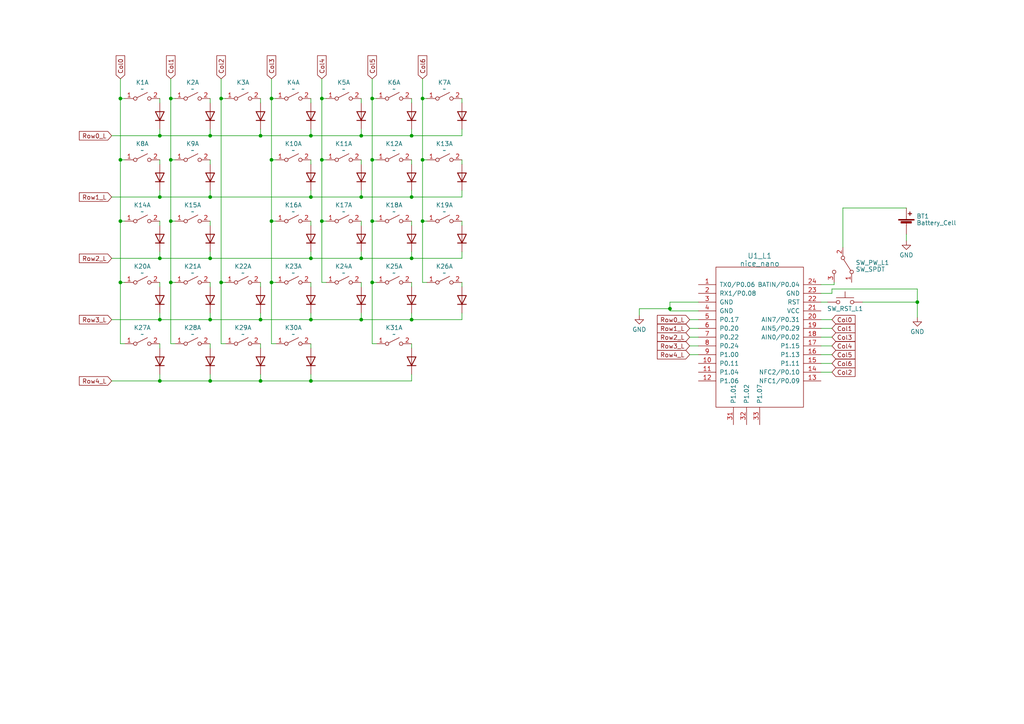
<source format=kicad_sch>
(kicad_sch (version 20230121) (generator eeschema)
  (paper "A4")
  (lib_symbols
    (symbol "Device:Battery_Cell" (pin_numbers hide) (pin_names (offset 0) hide)
      (property "Reference" "BT" (at 2.54 2.54 0))
      (property "Value" "Battery_Cell" (at 2.54 0 0))
      (symbol "Battery_Cell_0_1"
        (rectangle (start -2.286 1.778) (end 2.286 1.524) (fill (type outline)))
        (rectangle (start -1.5748 1.1938) (end 1.4732 0.6858) (fill (type outline)))
        (polyline (pts (xy 0 0.762) (xy 0 0)))
        (polyline (pts (xy 0 1.778) (xy 0 2.54)))
        (polyline (pts (xy 0.508 3.429) (xy 1.524 3.429)) (stroke (width 0.254)))
        (polyline (pts (xy 1.016 3.937) (xy 1.016 2.921)) (stroke (width 0.254)))
      )
      (symbol "Battery_Cell_1_1"
        (pin passive line (at 0 5.08 270) (length 2.54) (name "+") (number "1"))
        (pin passive line (at 0 -2.54 90) (length 2.54) (name "-") (number "2"))
      )
    )
    (symbol "Device:D" (pin_numbers hide) (pin_names (offset 1.016) hide)
      (property "Reference" "D" (at 0 2.54 0))
      (property "Value" "D" (at 0 -2.54 0))
      (symbol "D_0_1"
        (polyline (pts (xy -1.27 1.27) (xy -1.27 -1.27)) (stroke (width 0.254)))
        (polyline (pts (xy 1.27 0) (xy -1.27 0)))
        (polyline (pts (xy 1.27 1.27) (xy 1.27 -1.27) (xy -1.27 0) (xy 1.27 1.27)) (stroke (width 0.254)))
      )
      (symbol "D_1_1"
        (pin passive line (at -3.81 0 0) (length 2.54) (name "K") (number "1"))
        (pin passive line (at 3.81 0 180) (length 2.54) (name "A") (number "2"))
      )
    )
    (symbol "Switch:SW_DPST_x2" (pin_names (offset 0) hide)
      (property "Reference" "SW" (at 0 3.175 0))
      (property "Value" "SW_DPST_x2" (at 0 -2.54 0))
      (symbol "SW_DPST_x2_0_0"
        (circle (center -2.032 0) (radius 0.508))
        (polyline (pts (xy -1.524 0.254) (xy 1.524 1.778)))
        (circle (center 2.032 0) (radius 0.508))
      )
      (symbol "SW_DPST_x2_1_1"
        (pin passive line (at -5.08 0 0) (length 2.54) (name "A") (number "1"))
        (pin passive line (at 5.08 0 180) (length 2.54) (name "B") (number "2"))
      )
      (symbol "SW_DPST_x2_2_1"
        (pin passive line (at -5.08 0 0) (length 2.54) (name "A") (number "3"))
        (pin passive line (at 5.08 0 180) (length 2.54) (name "B") (number "4"))
      )
    )
    (symbol "Switch:SW_Push" (pin_numbers hide) (pin_names (offset 1.016) hide)
      (property "Reference" "SW" (at 1.27 2.54 0))
      (property "Value" "SW_Push" (at 0 -1.524 0))
      (symbol "SW_Push_0_1"
        (circle (center -2.032 0) (radius 0.508))
        (polyline (pts (xy 0 1.27) (xy 0 3.048)))
        (polyline (pts (xy 2.54 1.27) (xy -2.54 1.27)))
        (circle (center 2.032 0) (radius 0.508))
        (pin passive line (at -5.08 0 0) (length 2.54) (name "1") (number "1"))
        (pin passive line (at 5.08 0 180) (length 2.54) (name "2") (number "2"))
      )
    )
    (symbol "Switch:SW_SPDT" (pin_names (offset 0) hide)
      (property "Reference" "SW" (at 0 4.318 0))
      (property "Value" "SW_SPDT" (at 0 -5.08 0))
      (symbol "SW_SPDT_0_0"
        (circle (center -2.032 0) (radius 0.508))
        (circle (center 2.032 -2.54) (radius 0.508))
      )
      (symbol "SW_SPDT_0_1"
        (polyline (pts (xy -1.524 0.254) (xy 1.651 2.286)))
        (circle (center 2.032 2.54) (radius 0.508))
      )
      (symbol "SW_SPDT_1_1"
        (pin passive line (at 5.08 2.54 180) (length 2.54) (name "A") (number "1"))
        (pin passive line (at -5.08 0 0) (length 2.54) (name "B") (number "2"))
        (pin passive line (at 5.08 -2.54 180) (length 2.54) (name "C") (number "3"))
      )
    )
    (symbol "nice_nano:nice_nano" (pin_names (offset 1.016))
      (property "Reference" "U" (at 0 0 0))
      (property "Value" "nice_nano" (at 0 2.54 0))
      (symbol "nice_nano_0_1"
        (rectangle (start -12.7 -21.59) (end 12.7 19.05))
      )
      (symbol "nice_nano_1_1"
        (pin input line (at -17.78 13.97 0) (length 5.08) (name "TX0/P0.06") (number "1"))
        (pin input line (at -17.78 -8.89 0) (length 5.08) (name "P0.11") (number "10"))
        (pin input line (at -17.78 -11.43 0) (length 5.08) (name "P1.04") (number "11"))
        (pin input line (at -17.78 -13.97 0) (length 5.08) (name "P1.06") (number "12"))
        (pin input line (at 17.78 -13.97 180) (length 5.08) (name "NFC1/P0.09") (number "13"))
        (pin input line (at 17.78 -11.43 180) (length 5.08) (name "NFC2/P0.10") (number "14"))
        (pin input line (at 17.78 -8.89 180) (length 5.08) (name "P1.11") (number "15"))
        (pin input line (at 17.78 -6.35 180) (length 5.08) (name "P1.13") (number "16"))
        (pin input line (at 17.78 -3.81 180) (length 5.08) (name "P1.15") (number "17"))
        (pin input line (at 17.78 -1.27 180) (length 5.08) (name "AIN0/P0.02") (number "18"))
        (pin input line (at 17.78 1.27 180) (length 5.08) (name "AIN5/P0.29") (number "19"))
        (pin input line (at -17.78 11.43 0) (length 5.08) (name "RX1/P0.08") (number "2"))
        (pin input line (at 17.78 3.81 180) (length 5.08) (name "AIN7/P0.31") (number "20"))
        (pin input line (at 17.78 6.35 180) (length 5.08) (name "VCC") (number "21"))
        (pin input line (at 17.78 8.89 180) (length 5.08) (name "RST") (number "22"))
        (pin input line (at 17.78 11.43 180) (length 5.08) (name "GND") (number "23"))
        (pin input line (at 17.78 13.97 180) (length 5.08) (name "BATIN/P0.04") (number "24"))
        (pin input line (at -17.78 8.89 0) (length 5.08) (name "GND") (number "3"))
        (pin input line (at -7.62 -26.67 90) (length 5.08) (name "P1.01") (number "31"))
        (pin input line (at -3.81 -26.67 90) (length 5.08) (name "P1.02") (number "32"))
        (pin input line (at 0 -26.67 90) (length 5.08) (name "P1.07") (number "33"))
        (pin input line (at -17.78 6.35 0) (length 5.08) (name "GND") (number "4"))
        (pin input line (at -17.78 3.81 0) (length 5.08) (name "P0.17") (number "5"))
        (pin input line (at -17.78 1.27 0) (length 5.08) (name "P0.20") (number "6"))
        (pin input line (at -17.78 -1.27 0) (length 5.08) (name "P0.22") (number "7"))
        (pin input line (at -17.78 -3.81 0) (length 5.08) (name "P0.24") (number "8"))
        (pin input line (at -17.78 -6.35 0) (length 5.08) (name "P1.00") (number "9"))
      )
    )
    (symbol "power:GND" (power) (pin_names (offset 0))
      (property "Value" "GND" (at 0 -3.81 0))
      (symbol "GND_0_1"
        (polyline (pts (xy 0 0) (xy 0 -1.27) (xy 1.27 -1.27) (xy 0 -2.54) (xy -1.27 -1.27) (xy 0 -1.27)))
      )
      (symbol "GND_1_1"
        (pin power_in line (at 0 0 270) (length 0) hide (name "GND") (number "1"))
      )
    )
  )
  (junction (at 64.135 28.575))
  (junction (at 119.38 57.15))
  (junction (at 107.95 81.915))
  (junction (at 46.355 39.37))
  (junction (at 78.74 81.915))
  (junction (at 122.555 28.575))
  (junction (at 122.555 46.355))
  (junction (at 46.355 57.15))
  (junction (at 107.95 64.135))
  (junction (at 49.53 46.355))
  (junction (at 119.38 74.93))
  (junction (at 34.925 28.575))
  (junction (at 49.53 81.915))
  (junction (at 75.565 39.37))
  (junction (at 46.355 110.49))
  (junction (at 93.345 46.355))
  (junction (at 119.38 39.37))
  (junction (at 60.96 110.49))
  (junction (at 60.96 39.37))
  (junction (at 107.95 28.575))
  (junction (at 60.96 74.93))
  (junction (at 34.925 46.355))
  (junction (at 34.925 81.915))
  (junction (at 34.925 64.135))
  (junction (at 107.95 46.355))
  (junction (at 104.775 74.93))
  (junction (at 90.17 110.49))
  (junction (at 64.135 81.915))
  (junction (at 194.31 89.535))
  (junction (at 266.065 87.63))
  (junction (at 49.53 28.575))
  (junction (at 104.775 57.15))
  (junction (at 60.96 57.15))
  (junction (at 122.555 64.135))
  (junction (at 90.17 57.15))
  (junction (at 49.53 64.135))
  (junction (at 75.565 110.49))
  (junction (at 90.17 39.37))
  (junction (at 60.96 92.71))
  (junction (at 78.74 64.135))
  (junction (at 78.74 28.575))
  (junction (at 75.565 92.71))
  (junction (at 119.38 92.71))
  (junction (at 90.17 92.71))
  (junction (at 90.17 74.93))
  (junction (at 104.775 39.37))
  (junction (at 78.74 46.355))
  (junction (at 93.345 28.575))
  (junction (at 46.355 92.71))
  (junction (at 104.775 92.71))
  (junction (at 93.345 64.135))
  (junction (at 46.355 74.93))
  (wire (pts (xy 238.125 102.87) (xy 241.3 102.87)))
  (wire (pts (xy 78.74 99.695) (xy 80.01 99.695)))
  (wire (pts (xy 133.985 39.37) (xy 119.38 39.37)))
  (wire (pts (xy 64.135 28.575) (xy 64.135 81.915)))
  (wire (pts (xy 60.96 74.93) (xy 46.355 74.93)))
  (wire (pts (xy 119.38 55.245) (xy 119.38 57.15)))
  (wire (pts (xy 46.355 108.585) (xy 46.355 110.49)))
  (wire (pts (xy 60.96 46.355) (xy 60.96 47.625)))
  (wire (pts (xy 107.95 22.86) (xy 107.95 28.575)))
  (wire (pts (xy 60.96 28.575) (xy 60.96 29.845)))
  (wire (pts (xy 241.935 81.915) (xy 241.935 82.55)))
  (wire (pts (xy 90.17 39.37) (xy 75.565 39.37)))
  (wire (pts (xy 238.125 87.63) (xy 240.03 87.63)))
  (wire (pts (xy 78.74 28.575) (xy 80.01 28.575)))
  (wire (pts (xy 119.38 39.37) (xy 104.775 39.37)))
  (wire (pts (xy 133.985 81.915) (xy 133.985 83.185)))
  (wire (pts (xy 46.355 92.71) (xy 32.385 92.71)))
  (wire (pts (xy 78.74 81.915) (xy 78.74 99.695)))
  (wire (pts (xy 119.38 28.575) (xy 119.38 29.845)))
  (wire (pts (xy 119.38 64.135) (xy 119.38 65.405)))
  (wire (pts (xy 202.565 87.63) (xy 194.31 87.63)))
  (wire (pts (xy 133.985 92.71) (xy 119.38 92.71)))
  (wire (pts (xy 122.555 28.575) (xy 123.825 28.575)))
  (wire (pts (xy 60.96 73.025) (xy 60.96 74.93)))
  (wire (pts (xy 64.135 22.86) (xy 64.135 28.575)))
  (wire (pts (xy 93.345 46.355) (xy 93.345 64.135)))
  (wire (pts (xy 122.555 46.355) (xy 122.555 64.135)))
  (wire (pts (xy 238.125 95.25) (xy 241.3 95.25)))
  (wire (pts (xy 266.065 83.82) (xy 266.065 87.63)))
  (wire (pts (xy 104.775 55.245) (xy 104.775 57.15)))
  (wire (pts (xy 49.53 46.355) (xy 49.53 64.135)))
  (wire (pts (xy 93.345 46.355) (xy 94.615 46.355)))
  (wire (pts (xy 60.96 90.805) (xy 60.96 92.71)))
  (wire (pts (xy 107.95 81.915) (xy 109.22 81.915)))
  (wire (pts (xy 75.565 110.49) (xy 60.96 110.49)))
  (wire (pts (xy 49.53 99.695) (xy 50.8 99.695)))
  (wire (pts (xy 122.555 81.915) (xy 123.825 81.915)))
  (wire (pts (xy 46.355 74.93) (xy 32.385 74.93)))
  (wire (pts (xy 241.935 82.55) (xy 238.125 82.55)))
  (wire (pts (xy 119.38 37.465) (xy 119.38 39.37)))
  (wire (pts (xy 75.565 92.71) (xy 60.96 92.71)))
  (wire (pts (xy 107.95 28.575) (xy 109.22 28.575)))
  (wire (pts (xy 93.345 28.575) (xy 94.615 28.575)))
  (wire (pts (xy 200.025 92.71) (xy 202.565 92.71)))
  (wire (pts (xy 60.96 74.93) (xy 90.17 74.93)))
  (wire (pts (xy 46.355 46.355) (xy 46.355 47.625)))
  (wire (pts (xy 133.985 57.15) (xy 119.38 57.15)))
  (wire (pts (xy 133.985 90.805) (xy 133.985 92.71)))
  (wire (pts (xy 104.775 92.71) (xy 90.17 92.71)))
  (wire (pts (xy 34.925 46.355) (xy 34.925 64.135)))
  (wire (pts (xy 104.775 57.15) (xy 90.17 57.15)))
  (wire (pts (xy 93.345 28.575) (xy 93.345 46.355)))
  (wire (pts (xy 49.53 64.135) (xy 50.8 64.135)))
  (wire (pts (xy 238.125 100.33) (xy 241.3 100.33)))
  (wire (pts (xy 90.17 90.805) (xy 90.17 92.71)))
  (wire (pts (xy 238.125 105.41) (xy 241.3 105.41)))
  (wire (pts (xy 46.355 57.15) (xy 32.385 57.15)))
  (wire (pts (xy 64.135 28.575) (xy 65.405 28.575)))
  (wire (pts (xy 90.17 110.49) (xy 119.38 110.49)))
  (wire (pts (xy 107.95 46.355) (xy 109.22 46.355)))
  (wire (pts (xy 262.89 67.945) (xy 262.89 69.85)))
  (wire (pts (xy 34.925 28.575) (xy 36.195 28.575)))
  (wire (pts (xy 78.74 46.355) (xy 80.01 46.355)))
  (wire (pts (xy 185.42 89.535) (xy 185.42 91.44)))
  (wire (pts (xy 75.565 37.465) (xy 75.565 39.37)))
  (wire (pts (xy 194.31 87.63) (xy 194.31 89.535)))
  (wire (pts (xy 78.74 81.915) (xy 80.01 81.915)))
  (wire (pts (xy 119.38 99.695) (xy 119.38 100.965)))
  (wire (pts (xy 122.555 64.135) (xy 122.555 81.915)))
  (wire (pts (xy 49.53 28.575) (xy 49.53 46.355)))
  (wire (pts (xy 49.53 64.135) (xy 49.53 81.915)))
  (wire (pts (xy 107.95 46.355) (xy 107.95 64.135)))
  (wire (pts (xy 34.925 81.915) (xy 34.925 99.695)))
  (wire (pts (xy 90.17 110.49) (xy 75.565 110.49)))
  (wire (pts (xy 90.17 99.695) (xy 90.17 100.965)))
  (wire (pts (xy 60.96 64.135) (xy 60.96 65.405)))
  (wire (pts (xy 107.95 64.135) (xy 107.95 81.915)))
  (wire (pts (xy 46.355 55.245) (xy 46.355 57.15)))
  (wire (pts (xy 46.355 64.135) (xy 46.355 65.405)))
  (wire (pts (xy 194.31 90.17) (xy 202.565 90.17)))
  (wire (pts (xy 200.025 95.25) (xy 202.565 95.25)))
  (wire (pts (xy 90.17 73.025) (xy 90.17 74.93)))
  (wire (pts (xy 75.565 99.695) (xy 75.565 100.965)))
  (wire (pts (xy 46.355 28.575) (xy 46.355 29.845)))
  (wire (pts (xy 119.38 73.025) (xy 119.38 74.93)))
  (wire (pts (xy 107.95 81.915) (xy 107.95 99.695)))
  (wire (pts (xy 46.355 81.915) (xy 46.355 83.185)))
  (wire (pts (xy 238.125 92.71) (xy 241.3 92.71)))
  (wire (pts (xy 34.925 81.915) (xy 36.195 81.915)))
  (wire (pts (xy 93.345 64.135) (xy 94.615 64.135)))
  (wire (pts (xy 64.135 99.695) (xy 65.405 99.695)))
  (wire (pts (xy 60.96 39.37) (xy 46.355 39.37)))
  (wire (pts (xy 244.475 60.325) (xy 244.475 71.755)))
  (wire (pts (xy 104.775 74.93) (xy 90.17 74.93)))
  (wire (pts (xy 238.125 85.09) (xy 241.3 85.09)))
  (wire (pts (xy 107.95 64.135) (xy 109.22 64.135)))
  (wire (pts (xy 238.125 97.79) (xy 241.3 97.79)))
  (wire (pts (xy 60.96 92.71) (xy 46.355 92.71)))
  (wire (pts (xy 34.925 28.575) (xy 34.925 46.355)))
  (wire (pts (xy 104.775 90.805) (xy 104.775 92.71)))
  (wire (pts (xy 133.985 73.025) (xy 133.985 74.93)))
  (wire (pts (xy 119.38 90.805) (xy 119.38 92.71)))
  (wire (pts (xy 194.31 89.535) (xy 194.31 90.17)))
  (wire (pts (xy 60.96 108.585) (xy 60.96 110.49)))
  (wire (pts (xy 133.985 37.465) (xy 133.985 39.37)))
  (wire (pts (xy 90.17 37.465) (xy 90.17 39.37)))
  (wire (pts (xy 46.355 90.805) (xy 46.355 92.71)))
  (wire (pts (xy 93.345 81.915) (xy 94.615 81.915)))
  (wire (pts (xy 104.775 81.915) (xy 104.775 83.185)))
  (wire (pts (xy 133.985 74.93) (xy 119.38 74.93)))
  (wire (pts (xy 104.775 46.355) (xy 104.775 47.625)))
  (wire (pts (xy 107.95 28.575) (xy 107.95 46.355)))
  (wire (pts (xy 90.17 55.245) (xy 90.17 57.15)))
  (wire (pts (xy 104.775 37.465) (xy 104.775 39.37)))
  (wire (pts (xy 238.125 107.95) (xy 241.3 107.95)))
  (wire (pts (xy 90.17 108.585) (xy 90.17 110.49)))
  (wire (pts (xy 90.17 81.915) (xy 90.17 83.185)))
  (wire (pts (xy 34.925 46.355) (xy 36.195 46.355)))
  (wire (pts (xy 78.74 64.135) (xy 78.74 81.915)))
  (wire (pts (xy 60.96 37.465) (xy 60.96 39.37)))
  (wire (pts (xy 93.345 64.135) (xy 93.345 81.915)))
  (wire (pts (xy 34.925 99.695) (xy 36.195 99.695)))
  (wire (pts (xy 90.17 28.575) (xy 90.17 29.845)))
  (wire (pts (xy 46.355 99.695) (xy 46.355 100.965)))
  (wire (pts (xy 78.74 22.86) (xy 78.74 28.575)))
  (wire (pts (xy 75.565 39.37) (xy 60.96 39.37)))
  (wire (pts (xy 75.565 90.805) (xy 75.565 92.71)))
  (wire (pts (xy 200.025 97.79) (xy 202.565 97.79)))
  (wire (pts (xy 49.53 46.355) (xy 50.8 46.355)))
  (wire (pts (xy 122.555 46.355) (xy 123.825 46.355)))
  (wire (pts (xy 133.985 28.575) (xy 133.985 29.845)))
  (wire (pts (xy 46.355 110.49) (xy 32.385 110.49)))
  (wire (pts (xy 93.345 22.86) (xy 93.345 28.575)))
  (wire (pts (xy 60.96 57.15) (xy 46.355 57.15)))
  (wire (pts (xy 78.74 64.135) (xy 80.01 64.135)))
  (wire (pts (xy 241.3 85.09) (xy 241.3 83.82)))
  (wire (pts (xy 64.135 81.915) (xy 64.135 99.695)))
  (wire (pts (xy 107.95 99.695) (xy 109.22 99.695)))
  (wire (pts (xy 104.775 64.135) (xy 104.775 65.405)))
  (wire (pts (xy 262.89 60.325) (xy 244.475 60.325)))
  (wire (pts (xy 119.38 81.915) (xy 119.38 83.185)))
  (wire (pts (xy 241.3 83.82) (xy 266.065 83.82)))
  (wire (pts (xy 49.53 22.86) (xy 49.53 28.575)))
  (wire (pts (xy 34.925 64.135) (xy 34.925 81.915)))
  (wire (pts (xy 75.565 28.575) (xy 75.565 29.845)))
  (wire (pts (xy 104.775 39.37) (xy 90.17 39.37)))
  (wire (pts (xy 185.42 89.535) (xy 194.31 89.535)))
  (wire (pts (xy 60.96 110.49) (xy 46.355 110.49)))
  (wire (pts (xy 122.555 28.575) (xy 122.555 46.355)))
  (wire (pts (xy 60.96 57.15) (xy 90.17 57.15)))
  (wire (pts (xy 119.38 74.93) (xy 104.775 74.93)))
  (wire (pts (xy 78.74 46.355) (xy 78.74 64.135)))
  (wire (pts (xy 75.565 81.915) (xy 75.565 83.185)))
  (wire (pts (xy 75.565 108.585) (xy 75.565 110.49)))
  (wire (pts (xy 64.135 81.915) (xy 65.405 81.915)))
  (wire (pts (xy 104.775 73.025) (xy 104.775 74.93)))
  (wire (pts (xy 90.17 64.135) (xy 90.17 65.405)))
  (wire (pts (xy 46.355 39.37) (xy 32.385 39.37)))
  (wire (pts (xy 119.38 108.585) (xy 119.38 110.49)))
  (wire (pts (xy 122.555 64.135) (xy 123.825 64.135)))
  (wire (pts (xy 104.775 28.575) (xy 104.775 29.845)))
  (wire (pts (xy 34.925 64.135) (xy 36.195 64.135)))
  (wire (pts (xy 200.025 102.87) (xy 202.565 102.87)))
  (wire (pts (xy 122.555 22.86) (xy 122.555 28.575)))
  (wire (pts (xy 46.355 73.025) (xy 46.355 74.93)))
  (wire (pts (xy 60.96 99.695) (xy 60.96 100.965)))
  (wire (pts (xy 78.74 28.575) (xy 78.74 46.355)))
  (wire (pts (xy 60.96 55.245) (xy 60.96 57.15)))
  (wire (pts (xy 34.925 22.86) (xy 34.925 28.575)))
  (wire (pts (xy 46.355 37.465) (xy 46.355 39.37)))
  (wire (pts (xy 119.38 46.355) (xy 119.38 47.625)))
  (wire (pts (xy 119.38 92.71) (xy 104.775 92.71)))
  (wire (pts (xy 200.025 100.33) (xy 202.565 100.33)))
  (wire (pts (xy 133.985 55.245) (xy 133.985 57.15)))
  (wire (pts (xy 133.985 46.355) (xy 133.985 47.625)))
  (wire (pts (xy 49.53 81.915) (xy 50.8 81.915)))
  (wire (pts (xy 133.985 64.135) (xy 133.985 65.405)))
  (wire (pts (xy 49.53 81.915) (xy 49.53 99.695)))
  (wire (pts (xy 49.53 28.575) (xy 50.8 28.575)))
  (wire (pts (xy 250.19 87.63) (xy 266.065 87.63)))
  (wire (pts (xy 90.17 46.355) (xy 90.17 47.625)))
  (wire (pts (xy 60.96 81.915) (xy 60.96 83.185)))
  (wire (pts (xy 119.38 57.15) (xy 104.775 57.15)))
  (wire (pts (xy 90.17 92.71) (xy 75.565 92.71)))
  (wire (pts (xy 266.065 87.63) (xy 266.065 92.075)))
  (global_label "Row0_L" (shape input) (at 200.025 92.71 180) (property "Intersheetrefs" "${INTERSHEET_REFS}" (effects hide)))
  (global_label "Col6" (shape input) (at 122.555 22.86 90) (property "Intersheetrefs" "${INTERSHEET_REFS}" (effects hide)))
  (global_label "Col4" (shape input) (at 93.345 22.86 90) (property "Intersheetrefs" "${INTERSHEET_REFS}" (effects hide)))
  (global_label "Col2" (shape input) (at 241.3 107.95 0) (property "Intersheetrefs" "${INTERSHEET_REFS}" (effects hide)))
  (global_label "Row1_L" (shape input) (at 32.385 57.15 180) (property "Intersheetrefs" "${INTERSHEET_REFS}" (effects hide)))
  (global_label "Col6" (shape input) (at 241.3 105.41 0) (property "Intersheetrefs" "${INTERSHEET_REFS}" (effects hide)))
  (global_label "Row0_L" (shape input) (at 32.385 39.37 180) (property "Intersheetrefs" "${INTERSHEET_REFS}" (effects hide)))
  (global_label "Col3" (shape input) (at 241.3 97.79 0) (property "Intersheetrefs" "${INTERSHEET_REFS}" (effects hide)))
  (global_label "Row3_L" (shape input) (at 200.025 100.33 180) (property "Intersheetrefs" "${INTERSHEET_REFS}" (effects hide)))
  (global_label "Row3_L" (shape input) (at 32.385 92.71 180) (property "Intersheetrefs" "${INTERSHEET_REFS}" (effects hide)))
  (global_label "Col5" (shape input) (at 107.95 22.86 90) (property "Intersheetrefs" "${INTERSHEET_REFS}" (effects hide)))
  (global_label "Col0" (shape input) (at 34.925 22.86 90) (property "Intersheetrefs" "${INTERSHEET_REFS}" (effects hide)))
  (global_label "Col1" (shape input) (at 49.53 22.86 90) (property "Intersheetrefs" "${INTERSHEET_REFS}" (effects hide)))
  (global_label "Col3" (shape input) (at 78.74 22.86 90) (property "Intersheetrefs" "${INTERSHEET_REFS}" (effects hide)))
  (global_label "Col5" (shape input) (at 241.3 102.87 0) (property "Intersheetrefs" "${INTERSHEET_REFS}" (effects hide)))
  (global_label "Col4" (shape input) (at 241.3 100.33 0) (property "Intersheetrefs" "${INTERSHEET_REFS}" (effects hide)))
  (global_label "Row4_L" (shape input) (at 32.385 110.49 180) (property "Intersheetrefs" "${INTERSHEET_REFS}" (effects hide)))
  (global_label "Row4_L" (shape input) (at 200.025 102.87 180) (property "Intersheetrefs" "${INTERSHEET_REFS}" (effects hide)))
  (global_label "Row2_L" (shape input) (at 32.385 74.93 180) (property "Intersheetrefs" "${INTERSHEET_REFS}" (effects hide)))
  (global_label "Col1" (shape input) (at 241.3 95.25 0) (property "Intersheetrefs" "${INTERSHEET_REFS}" (effects hide)))
  (global_label "Col2" (shape input) (at 64.135 22.86 90) (property "Intersheetrefs" "${INTERSHEET_REFS}" (effects hide)))
  (global_label "Row1_L" (shape input) (at 200.025 95.25 180) (property "Intersheetrefs" "${INTERSHEET_REFS}" (effects hide)))
  (global_label "Col0" (shape input) (at 241.3 92.71 0) (property "Intersheetrefs" "${INTERSHEET_REFS}" (effects hide)))
  (global_label "Row2_L" (shape input) (at 200.025 97.79 180) (property "Intersheetrefs" "${INTERSHEET_REFS}" (effects hide)))
  (symbol (lib_id "Switch:SW_DPST_x2") (at 70.485 99.695 0) (unit 1)
    (property "Reference" "K29" (at 70.485 95.0341 0))
    (property "Value" "~" (at 70.485 96.9551 0))
    (property "Footprint" "PCM_Switch_Keyboard_Hotswap_Kailh:SW_Hotswap_Kailh_Choc_V1V2_1.25u" (effects hide))
  )
  (symbol (lib_id "Switch:SW_DPST_x2") (at 41.275 28.575 0) (unit 1)
    (property "Reference" "K1" (at 41.275 23.9141 0))
    (property "Value" "~" (at 41.275 25.8351 0))
    (property "Footprint" "PCM_Switch_Keyboard_Hotswap_Kailh:SW_Hotswap_Kailh_Choc_V1V2_1.00u" (effects hide))
  )
  (symbol (lib_id "Switch:SW_DPST_x2") (at 128.905 46.355 0) (unit 1)
    (property "Reference" "K13" (at 128.905 41.6941 0))
    (property "Value" "~" (at 128.905 43.6151 0))
    (property "Footprint" "PCM_Switch_Keyboard_Hotswap_Kailh:SW_Hotswap_Kailh_Choc_V1V2_1.00u" (effects hide))
  )
  (symbol (lib_id "Switch:SW_DPST_x2") (at 99.695 28.575 0) (unit 1)
    (property "Reference" "K5" (at 99.695 23.9141 0))
    (property "Value" "~" (at 99.695 25.8351 0))
    (property "Footprint" "PCM_Switch_Keyboard_Hotswap_Kailh:SW_Hotswap_Kailh_Choc_V1V2_1.00u" (effects hide))
  )
  (symbol (lib_id "Switch:SW_DPST_x2") (at 55.88 81.915 0) (unit 1)
    (property "Reference" "K21" (at 55.88 77.2541 0))
    (property "Value" "~" (at 55.88 79.1751 0))
    (property "Footprint" "PCM_Switch_Keyboard_Hotswap_Kailh:SW_Hotswap_Kailh_Choc_V1V2_1.00u" (effects hide))
  )
  (symbol (lib_id "Switch:SW_DPST_x2") (at 41.275 81.915 0) (unit 1)
    (property "Reference" "K20" (at 41.275 77.2541 0))
    (property "Value" "~" (at 41.275 79.1751 0))
    (property "Footprint" "PCM_Switch_Keyboard_Hotswap_Kailh:SW_Hotswap_Kailh_Choc_V1V2_1.25u" (effects hide))
  )
  (symbol (lib_id "Device:D") (at 90.17 104.775 90) (unit 1)
    (property "Reference" "D30" (effects hide))
    (property "Value" "D" (effects hide))
    (property "Footprint" "Diode_SMD:D_SMA" (effects hide))
    (property "Sim.Device" "D" (effects hide))
    (property "Sim.Pins" "1=K 2=A" (effects hide))
  )
  (symbol (lib_id "Device:Battery_Cell") (at 262.89 65.405 0) (unit 1)
    (property "Reference" "BT1" (at 265.811 62.7293 0) (effects (justify left)))
    (property "Value" "Battery_Cell" (at 265.811 64.6503 0) (effects (justify left)))
    (property "Footprint" "Connector_JST:JST_PH_S2B-PH-K_1x02_P2.00mm_Horizontal" (effects hide))
  )
  (symbol (lib_id "Device:D") (at 133.985 86.995 90) (unit 1)
    (property "Reference" "D26" (effects hide))
    (property "Value" "D" (effects hide))
    (property "Footprint" "Diode_SMD:D_SMA" (effects hide))
    (property "Sim.Device" "D" (effects hide))
    (property "Sim.Pins" "1=K 2=A" (effects hide))
  )
  (symbol (lib_id "Device:D") (at 60.96 51.435 90) (unit 1)
    (property "Reference" "D9" (effects hide))
    (property "Value" "D" (effects hide))
    (property "Footprint" "Diode_SMD:D_SMA" (effects hide))
    (property "Sim.Device" "D" (effects hide))
    (property "Sim.Pins" "1=K 2=A" (effects hide))
  )
  (symbol (lib_id "Switch:SW_Push") (at 245.11 87.63 0) (unit 1)
    (property "Reference" "SW_RST_L1" (at 245.11 89.535 0))
    (property "Value" "SW_Push" (effects hide))
    (property "Footprint" "Button_Switch_SMD:SW_Push_1P1T-SH_NO_CK_KMR2xxG" (effects hide))
    (property "Datasheet" "https://www.ckswitches.com/media/1479/kmr2.pdf" (effects hide))
  )
  (symbol (lib_id "Switch:SW_DPST_x2") (at 99.695 81.915 0) (unit 1)
    (property "Reference" "K24" (at 99.695 77.2541 0))
    (property "Value" "~" (at 99.695 79.1751 0))
    (property "Footprint" "PCM_Switch_Keyboard_Hotswap_Kailh:SW_Hotswap_Kailh_Choc_V1V2_1.00u" (effects hide))
  )
  (symbol (lib_id "Device:D") (at 133.985 33.655 90) (unit 1)
    (property "Reference" "D7" (effects hide))
    (property "Value" "D" (effects hide))
    (property "Footprint" "Diode_SMD:D_SMA" (effects hide))
    (property "Sim.Device" "D" (effects hide))
    (property "Sim.Pins" "1=K 2=A" (effects hide))
  )
  (symbol (lib_id "Device:D") (at 119.38 104.775 90) (unit 1)
    (property "Reference" "D31" (effects hide))
    (property "Value" "D" (effects hide))
    (property "Footprint" "Diode_SMD:D_SMA" (effects hide))
    (property "Sim.Device" "D" (effects hide))
    (property "Sim.Pins" "1=K 2=A" (effects hide))
  )
  (symbol (lib_id "Device:D") (at 119.38 69.215 90) (unit 1)
    (property "Reference" "D18" (effects hide))
    (property "Value" "D" (effects hide))
    (property "Footprint" "Diode_SMD:D_SMA" (effects hide))
    (property "Sim.Device" "D" (effects hide))
    (property "Sim.Pins" "1=K 2=A" (effects hide))
  )
  (symbol (lib_id "Device:D") (at 90.17 51.435 90) (unit 1)
    (property "Reference" "D10" (effects hide))
    (property "Value" "D" (effects hide))
    (property "Footprint" "Diode_SMD:D_SMA" (effects hide))
    (property "Sim.Device" "D" (effects hide))
    (property "Sim.Pins" "1=K 2=A" (effects hide))
  )
  (symbol (lib_id "Switch:SW_DPST_x2") (at 128.905 64.135 0) (unit 1)
    (property "Reference" "K19" (at 128.905 59.4741 0))
    (property "Value" "~" (at 128.905 61.3951 0))
    (property "Footprint" "PCM_Switch_Keyboard_Hotswap_Kailh:SW_Hotswap_Kailh_Choc_V1V2_1.00u" (effects hide))
  )
  (symbol (lib_id "Switch:SW_DPST_x2") (at 55.88 46.355 0) (unit 1)
    (property "Reference" "K9" (at 55.88 41.6941 0))
    (property "Value" "~" (at 55.88 43.6151 0))
    (property "Footprint" "PCM_Switch_Keyboard_Hotswap_Kailh:SW_Hotswap_Kailh_Choc_V1V2_1.00u" (effects hide))
  )
  (symbol (lib_id "Device:D") (at 46.355 51.435 90) (unit 1)
    (property "Reference" "D8" (effects hide))
    (property "Value" "D" (effects hide))
    (property "Footprint" "Diode_SMD:D_SMA" (effects hide))
    (property "Sim.Device" "D" (effects hide))
    (property "Sim.Pins" "1=K 2=A" (effects hide))
  )
  (symbol (lib_id "Switch:SW_DPST_x2") (at 41.275 64.135 0) (unit 1)
    (property "Reference" "K14" (at 41.275 59.4741 0))
    (property "Value" "~" (at 41.275 61.3951 0))
    (property "Footprint" "PCM_Switch_Keyboard_Hotswap_Kailh:SW_Hotswap_Kailh_Choc_V1V2_1.75u" (effects hide))
  )
  (symbol (lib_id "Switch:SW_DPST_x2") (at 85.09 81.915 0) (unit 1)
    (property "Reference" "K23" (at 85.09 77.2541 0))
    (property "Value" "~" (at 85.09 79.1751 0))
    (property "Footprint" "PCM_Switch_Keyboard_Hotswap_Kailh:SW_Hotswap_Kailh_Choc_V1V2_1.00u" (effects hide))
  )
  (symbol (lib_id "Device:D") (at 104.775 51.435 90) (unit 1)
    (property "Reference" "D11" (effects hide))
    (property "Value" "D" (effects hide))
    (property "Footprint" "Diode_SMD:D_SMA" (effects hide))
    (property "Sim.Device" "D" (effects hide))
    (property "Sim.Pins" "1=K 2=A" (effects hide))
  )
  (symbol (lib_id "Device:D") (at 46.355 86.995 90) (unit 1)
    (property "Reference" "D20" (effects hide))
    (property "Value" "D" (effects hide))
    (property "Footprint" "Diode_SMD:D_SMA" (effects hide))
    (property "Sim.Device" "D" (effects hide))
    (property "Sim.Pins" "1=K 2=A" (effects hide))
  )
  (symbol (lib_id "Switch:SW_DPST_x2") (at 70.485 81.915 0) (unit 1)
    (property "Reference" "K22" (at 70.485 77.2541 0))
    (property "Value" "~" (at 70.485 79.1751 0))
    (property "Footprint" "PCM_Switch_Keyboard_Hotswap_Kailh:SW_Hotswap_Kailh_Choc_V1V2_1.00u" (effects hide))
  )
  (symbol (lib_id "Device:D") (at 75.565 86.995 90) (unit 1)
    (property "Reference" "D22" (effects hide))
    (property "Value" "D" (effects hide))
    (property "Footprint" "Diode_SMD:D_SMA" (effects hide))
    (property "Sim.Device" "D" (effects hide))
    (property "Sim.Pins" "1=K 2=A" (effects hide))
  )
  (symbol (lib_id "Switch:SW_DPST_x2") (at 55.88 99.695 0) (unit 1)
    (property "Reference" "K28" (at 55.88 95.0341 0))
    (property "Value" "~" (at 55.88 96.9551 0))
    (property "Footprint" "PCM_Switch_Keyboard_Hotswap_Kailh:SW_Hotswap_Kailh_Choc_V1V2_1.00u" (effects hide))
  )
  (symbol (lib_id "Device:D") (at 46.355 33.655 90) (unit 1)
    (property "Reference" "D1" (effects hide))
    (property "Value" "D" (effects hide))
    (property "Footprint" "Diode_SMD:D_SMA" (effects hide))
    (property "Sim.Device" "D" (effects hide))
    (property "Sim.Pins" "1=K 2=A" (effects hide))
  )
  (symbol (lib_id "Switch:SW_DPST_x2") (at 128.905 28.575 0) (unit 1)
    (property "Reference" "K7" (at 128.905 23.9141 0))
    (property "Value" "~" (at 128.905 25.8351 0))
    (property "Footprint" "PCM_Switch_Keyboard_Hotswap_Kailh:SW_Hotswap_Kailh_Choc_V1V2_1.00u" (effects hide))
  )
  (symbol (lib_id "Device:D") (at 104.775 33.655 90) (unit 1)
    (property "Reference" "D5" (effects hide))
    (property "Value" "D" (effects hide))
    (property "Footprint" "Diode_SMD:D_SMA" (effects hide))
    (property "Sim.Device" "D" (effects hide))
    (property "Sim.Pins" "1=K 2=A" (effects hide))
  )
  (symbol (lib_id "Device:D") (at 60.96 104.775 90) (unit 1)
    (property "Reference" "D28" (effects hide))
    (property "Value" "D" (effects hide))
    (property "Footprint" "Diode_SMD:D_SMA" (effects hide))
    (property "Sim.Device" "D" (effects hide))
    (property "Sim.Pins" "1=K 2=A" (effects hide))
  )
  (symbol (lib_id "power:GND") (at 266.065 92.075 0) (unit 1)
    (property "Reference" "#PWR03" (effects hide))
    (property "Value" "GND" (at 266.065 96.2105 0))
  )
  (symbol (lib_id "Device:D") (at 75.565 104.775 90) (unit 1)
    (property "Reference" "D29" (effects hide))
    (property "Value" "D" (effects hide))
    (property "Footprint" "Diode_SMD:D_SMA" (effects hide))
    (property "Sim.Device" "D" (effects hide))
    (property "Sim.Pins" "1=K 2=A" (effects hide))
  )
  (symbol (lib_id "Device:D") (at 46.355 69.215 90) (unit 1)
    (property "Reference" "D14" (effects hide))
    (property "Value" "D" (effects hide))
    (property "Footprint" "Diode_SMD:D_SMA" (effects hide))
    (property "Sim.Device" "D" (effects hide))
    (property "Sim.Pins" "1=K 2=A" (effects hide))
  )
  (symbol (lib_id "Device:D") (at 119.38 51.435 90) (unit 1)
    (property "Reference" "D12" (effects hide))
    (property "Value" "D" (effects hide))
    (property "Footprint" "Diode_SMD:D_SMA" (effects hide))
    (property "Sim.Device" "D" (effects hide))
    (property "Sim.Pins" "1=K 2=A" (effects hide))
  )
  (symbol (lib_id "Switch:SW_DPST_x2") (at 70.485 28.575 0) (unit 1)
    (property "Reference" "K3" (at 70.485 23.9141 0))
    (property "Value" "~" (at 70.485 25.8351 0))
    (property "Footprint" "PCM_Switch_Keyboard_Hotswap_Kailh:SW_Hotswap_Kailh_Choc_V1V2_1.00u" (effects hide))
  )
  (symbol (lib_id "Device:D") (at 133.985 69.215 90) (unit 1)
    (property "Reference" "D19" (effects hide))
    (property "Value" "D" (effects hide))
    (property "Footprint" "Diode_SMD:D_SMA" (effects hide))
    (property "Sim.Device" "D" (effects hide))
    (property "Sim.Pins" "1=K 2=A" (effects hide))
  )
  (symbol (lib_id "Switch:SW_DPST_x2") (at 41.275 99.695 0) (unit 1)
    (property "Reference" "K27" (at 41.275 95.0341 0))
    (property "Value" "~" (at 41.275 96.9551 0))
    (property "Footprint" "PCM_Switch_Keyboard_Hotswap_Kailh:SW_Hotswap_Kailh_Choc_V1V2_1.25u" (effects hide))
  )
  (symbol (lib_id "Switch:SW_DPST_x2") (at 114.3 28.575 0) (unit 1)
    (property "Reference" "K6" (at 114.3 23.9141 0))
    (property "Value" "~" (at 114.3 25.8351 0))
    (property "Footprint" "PCM_Switch_Keyboard_Hotswap_Kailh:SW_Hotswap_Kailh_Choc_V1V2_1.00u" (effects hide))
  )
  (symbol (lib_id "Device:D") (at 60.96 69.215 90) (unit 1)
    (property "Reference" "D15" (effects hide))
    (property "Value" "D" (effects hide))
    (property "Footprint" "Diode_SMD:D_SMA" (effects hide))
    (property "Sim.Device" "D" (effects hide))
    (property "Sim.Pins" "1=K 2=A" (effects hide))
  )
  (symbol (lib_id "Switch:SW_DPST_x2") (at 85.09 64.135 0) (unit 1)
    (property "Reference" "K16" (at 85.09 59.4741 0))
    (property "Value" "~" (at 85.09 61.3951 0))
    (property "Footprint" "PCM_Switch_Keyboard_Hotswap_Kailh:SW_Hotswap_Kailh_Choc_V1V2_1.00u" (effects hide))
  )
  (symbol (lib_id "Device:D") (at 104.775 69.215 90) (unit 1)
    (property "Reference" "D17" (effects hide))
    (property "Value" "D" (effects hide))
    (property "Footprint" "Diode_SMD:D_SMA" (effects hide))
    (property "Sim.Device" "D" (effects hide))
    (property "Sim.Pins" "1=K 2=A" (effects hide))
  )
  (symbol (lib_id "Switch:SW_DPST_x2") (at 55.88 64.135 0) (unit 1)
    (property "Reference" "K15" (at 55.88 59.4741 0))
    (property "Value" "~" (at 55.88 61.3951 0))
    (property "Footprint" "PCM_Switch_Keyboard_Hotswap_Kailh:SW_Hotswap_Kailh_Choc_V1V2_1.00u" (effects hide))
  )
  (symbol (lib_id "Device:D") (at 60.96 33.655 90) (unit 1)
    (property "Reference" "D2" (effects hide))
    (property "Value" "D" (effects hide))
    (property "Footprint" "Diode_SMD:D_SMA" (effects hide))
    (property "Sim.Device" "D" (effects hide))
    (property "Sim.Pins" "1=K 2=A" (effects hide))
  )
  (symbol (lib_id "Device:D") (at 46.355 104.775 90) (unit 1)
    (property "Reference" "D27" (effects hide))
    (property "Value" "D" (effects hide))
    (property "Footprint" "Diode_SMD:D_SMA" (effects hide))
    (property "Sim.Device" "D" (effects hide))
    (property "Sim.Pins" "1=K 2=A" (effects hide))
  )
  (symbol (lib_id "power:GND") (at 262.89 69.85 0) (unit 1)
    (property "Reference" "#PWR01" (effects hide))
    (property "Value" "GND" (at 262.89 73.9855 0))
  )
  (symbol (lib_id "Switch:SW_DPST_x2") (at 85.09 28.575 0) (unit 1)
    (property "Reference" "K4" (at 85.09 23.9141 0))
    (property "Value" "~" (at 85.09 25.8351 0))
    (property "Footprint" "PCM_Switch_Keyboard_Hotswap_Kailh:SW_Hotswap_Kailh_Choc_V1V2_1.00u" (effects hide))
  )
  (symbol (lib_id "Switch:SW_DPST_x2") (at 114.3 99.695 0) (unit 1)
    (property "Reference" "K31" (at 114.3 95.0341 0))
    (property "Value" "~" (at 114.3 96.9551 0))
    (property "Footprint" "PCM_Switch_Keyboard_Hotswap_Kailh:SW_Hotswap_Kailh_Choc_V1V2_2.25u" (effects hide))
  )
  (symbol (lib_id "Switch:SW_SPDT") (at 244.475 76.835 270) (unit 1)
    (property "Reference" "SW_PW_L1" (at 248.158 76.1913 90) (effects (justify left)))
    (property "Value" "SW_SPDT" (at 248.158 78.1123 90) (effects (justify left)))
    (property "Footprint" "Button_Switch_SMD:SW_SPDT_PCM12" (effects hide))
  )
  (symbol (lib_id "Device:D") (at 90.17 33.655 90) (unit 1)
    (property "Reference" "D4" (effects hide))
    (property "Value" "D" (effects hide))
    (property "Footprint" "Diode_SMD:D_SMA" (effects hide))
    (property "Sim.Device" "D" (effects hide))
    (property "Sim.Pins" "1=K 2=A" (effects hide))
  )
  (symbol (lib_id "Device:D") (at 104.775 86.995 90) (unit 1)
    (property "Reference" "D24" (effects hide))
    (property "Value" "D" (effects hide))
    (property "Footprint" "Diode_SMD:D_SMA" (effects hide))
    (property "Sim.Device" "D" (effects hide))
    (property "Sim.Pins" "1=K 2=A" (effects hide))
  )
  (symbol (lib_id "Device:D") (at 119.38 33.655 90) (unit 1)
    (property "Reference" "D6" (effects hide))
    (property "Value" "D" (effects hide))
    (property "Footprint" "Diode_SMD:D_SMA" (effects hide))
    (property "Sim.Device" "D" (effects hide))
    (property "Sim.Pins" "1=K 2=A" (effects hide))
  )
  (symbol (lib_id "Device:D") (at 75.565 33.655 90) (unit 1)
    (property "Reference" "D3" (effects hide))
    (property "Value" "D" (effects hide))
    (property "Footprint" "Diode_SMD:D_SMA" (effects hide))
    (property "Sim.Device" "D" (effects hide))
    (property "Sim.Pins" "1=K 2=A" (effects hide))
  )
  (symbol (lib_id "Switch:SW_DPST_x2") (at 114.3 81.915 0) (unit 1)
    (property "Reference" "K25" (at 114.3 77.2541 0))
    (property "Value" "~" (at 114.3 79.1751 0))
    (property "Footprint" "PCM_Switch_Keyboard_Hotswap_Kailh:SW_Hotswap_Kailh_Choc_V1V2_1.00u" (effects hide))
  )
  (symbol (lib_id "Device:D") (at 90.17 69.215 90) (unit 1)
    (property "Reference" "D16" (effects hide))
    (property "Value" "D" (effects hide))
    (property "Footprint" "Diode_SMD:D_SMA" (effects hide))
    (property "Sim.Device" "D" (effects hide))
    (property "Sim.Pins" "1=K 2=A" (effects hide))
  )
  (symbol (lib_id "nice_nano:nice_nano") (at 220.345 96.52 0) (unit 1)
    (property "Reference" "U1_L1" (at 220.345 74.2139 0) (effects (font (size 1.524 1.524))))
    (property "Value" "nice_nano" (at 220.345 76.4681 0) (effects (font (size 1.524 1.524))))
    (property "Footprint" "nice-nano-kicad:nice_nano" (effects hide))
  )
  (symbol (lib_id "Switch:SW_DPST_x2") (at 55.88 28.575 0) (unit 1)
    (property "Reference" "K2" (at 55.88 23.9141 0))
    (property "Value" "~" (at 55.88 25.8351 0))
    (property "Footprint" "PCM_Switch_Keyboard_Hotswap_Kailh:SW_Hotswap_Kailh_Choc_V1V2_1.00u" (effects hide))
  )
  (symbol (lib_id "Switch:SW_DPST_x2") (at 114.3 46.355 0) (unit 1)
    (property "Reference" "K12" (at 114.3 41.6941 0))
    (property "Value" "~" (at 114.3 43.6151 0))
    (property "Footprint" "PCM_Switch_Keyboard_Hotswap_Kailh:SW_Hotswap_Kailh_Choc_V1V2_1.00u" (effects hide))
  )
  (symbol (lib_id "Switch:SW_DPST_x2") (at 128.905 81.915 0) (unit 1)
    (property "Reference" "K26" (at 128.905 77.2541 0))
    (property "Value" "~" (at 128.905 79.1751 0))
    (property "Footprint" "PCM_Switch_Keyboard_Hotswap_Kailh:SW_Hotswap_Kailh_Choc_V1V2_1.00u" (effects hide))
  )
  (symbol (lib_id "Device:D") (at 60.96 86.995 90) (unit 1)
    (property "Reference" "D21" (effects hide))
    (property "Value" "D" (effects hide))
    (property "Footprint" "Diode_SMD:D_SMA" (effects hide))
    (property "Sim.Device" "D" (effects hide))
    (property "Sim.Pins" "1=K 2=A" (effects hide))
  )
  (symbol (lib_id "Switch:SW_DPST_x2") (at 85.09 99.695 0) (unit 1)
    (property "Reference" "K30" (at 85.09 95.0341 0))
    (property "Value" "~" (at 85.09 96.9551 0))
    (property "Footprint" "PCM_Switch_Keyboard_Hotswap_Kailh:SW_Hotswap_Kailh_Choc_V1V2_1.00u" (effects hide))
  )
  (symbol (lib_id "Device:D") (at 133.985 51.435 90) (unit 1)
    (property "Reference" "D13" (effects hide))
    (property "Value" "D" (effects hide))
    (property "Footprint" "Diode_SMD:D_SMA" (effects hide))
    (property "Sim.Device" "D" (effects hide))
    (property "Sim.Pins" "1=K 2=A" (effects hide))
  )
  (symbol (lib_id "Switch:SW_DPST_x2") (at 85.09 46.355 0) (unit 1)
    (property "Reference" "K10" (at 85.09 41.6941 0))
    (property "Value" "~" (at 85.09 43.6151 0))
    (property "Footprint" "PCM_Switch_Keyboard_Hotswap_Kailh:SW_Hotswap_Kailh_Choc_V1V2_1.00u" (effects hide))
  )
  (symbol (lib_id "Device:D") (at 90.17 86.995 90) (unit 1)
    (property "Reference" "D23" (effects hide))
    (property "Value" "D" (effects hide))
    (property "Footprint" "Diode_SMD:D_SMA" (effects hide))
    (property "Sim.Device" "D" (effects hide))
    (property "Sim.Pins" "1=K 2=A" (effects hide))
  )
  (symbol (lib_id "Switch:SW_DPST_x2") (at 41.275 46.355 0) (unit 1)
    (property "Reference" "K8" (at 41.275 41.6941 0))
    (property "Value" "~" (at 41.275 43.6151 0))
    (property "Footprint" "PCM_Switch_Keyboard_Hotswap_Kailh:SW_Hotswap_Kailh_Choc_V1V2_1.50u" (effects hide))
  )
  (symbol (lib_id "Switch:SW_DPST_x2") (at 114.3 64.135 0) (unit 1)
    (property "Reference" "K18" (at 114.3 59.4741 0))
    (property "Value" "~" (at 114.3 61.3951 0))
    (property "Footprint" "PCM_Switch_Keyboard_Hotswap_Kailh:SW_Hotswap_Kailh_Choc_V1V2_1.00u" (effects hide))
  )
  (symbol (lib_id "Device:D") (at 119.38 86.995 90) (unit 1)
    (property "Reference" "D25" (effects hide))
    (property "Value" "D" (effects hide))
    (property "Footprint" "Diode_SMD:D_SMA" (effects hide))
    (property "Sim.Device" "D" (effects hide))
    (property "Sim.Pins" "1=K 2=A" (effects hide))
  )
  (symbol (lib_id "power:GND") (at 185.42 91.44 0) (unit 1)
    (property "Reference" "#PWR02" (effects hide))
    (property "Value" "GND" (at 185.42 95.5755 0))
  )
  (symbol (lib_id "Switch:SW_DPST_x2") (at 99.695 64.135 0) (unit 1)
    (property "Reference" "K17" (at 99.695 59.4741 0))
    (property "Value" "~" (at 99.695 61.3951 0))
    (property "Footprint" "PCM_Switch_Keyboard_Hotswap_Kailh:SW_Hotswap_Kailh_Choc_V1V2_1.00u" (effects hide))
  )
  (symbol (lib_id "Switch:SW_DPST_x2") (at 99.695 46.355 0) (unit 1)
    (property "Reference" "K11" (at 99.695 41.6941 0))
    (property "Value" "~" (at 99.695 43.6151 0))
    (property "Footprint" "PCM_Switch_Keyboard_Hotswap_Kailh:SW_Hotswap_Kailh_Choc_V1V2_1.00u" (effects hide))
  )
)
</source>
